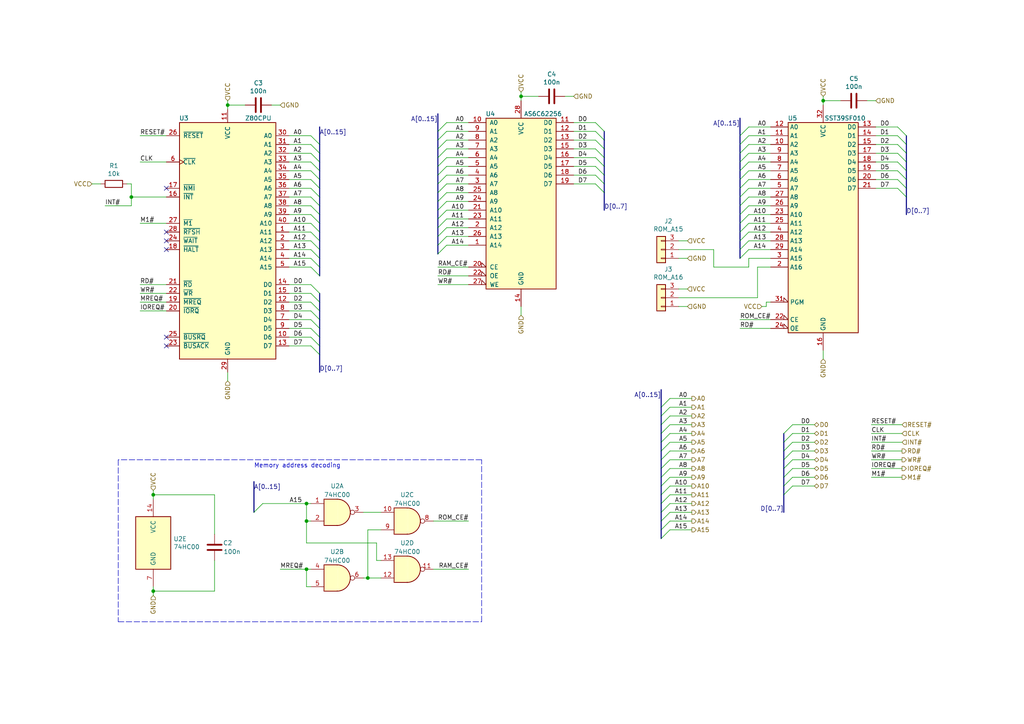
<source format=kicad_sch>
(kicad_sch (version 20231120) (generator "eeschema") (generator_version "8.0")
  (paper "A4")
  (title_block (title "ZComputer - Main Board - Main system") (date "2024-06-10") (rev "v0.1") (company "Maxime Chretien") (comment 1 "mchretien@linuxmail.org"))
  (lib_symbols
    (symbol "74xx:74HC00" (pin_names (offset 1.016))
      (property "Reference" "U" (at 0 1.27 0))
      (property "Value" "74HC00" (at 0 -1.27 0))
      (symbol "74HC00_1_1"
        (arc (start 0 -3.81) (mid 3.7934 0) (end 0 3.81) (stroke (width 0.254)) (fill (type background)))
        (polyline (pts (xy 0 3.81) (xy -3.81 3.81) (xy -3.81 -3.81) (xy 0 -3.81)) (stroke (width 0.254)) (fill (type background)))
        (pin input line (at -7.62 2.54 0) (length 3.81) (name "~") (number "1"))
        (pin input line (at -7.62 -2.54 0) (length 3.81) (name "~") (number "2"))
        (pin output inverted (at 7.62 0 180) (length 3.81) (name "~") (number "3"))
      )
      (symbol "74HC00_1_2"
        (arc (start -3.81 -3.81) (mid -2.589 0) (end -3.81 3.81) (stroke (width 0.254)))
        (arc (start -0.6096 -3.81) (mid 2.1842 -2.5851) (end 3.81 0) (stroke (width 0.254)) (fill (type background)))
        (polyline (pts (xy -3.81 -3.81) (xy -0.635 -3.81)) (stroke (width 0.254)) (fill (type background)))
        (polyline (pts (xy -3.81 3.81) (xy -0.635 3.81)) (stroke (width 0.254)) (fill (type background)))
        (polyline (pts (xy -0.635 3.81) (xy -3.81 3.81) (xy -3.81 3.81) (xy -3.556 3.4036) (xy -3.0226 2.2606) (xy -2.6924 1.0414) (xy -2.6162 -0.254) (xy -2.7686 -1.4986) (xy -3.175 -2.7178) (xy -3.81 -3.81) (xy -3.81 -3.81) (xy -0.635 -3.81)) (stroke (width -25.4)) (fill (type background)))
        (arc (start 3.81 0) (mid 2.1915 2.5936) (end -0.6096 3.81) (stroke (width 0.254)) (fill (type background)))
        (pin input inverted (at -7.62 2.54 0) (length 4.318) (name "~") (number "1"))
        (pin input inverted (at -7.62 -2.54 0) (length 4.318) (name "~") (number "2"))
        (pin output line (at 7.62 0 180) (length 3.81) (name "~") (number "3"))
      )
      (symbol "74HC00_2_1"
        (arc (start 0 -3.81) (mid 3.7934 0) (end 0 3.81) (stroke (width 0.254)) (fill (type background)))
        (polyline (pts (xy 0 3.81) (xy -3.81 3.81) (xy -3.81 -3.81) (xy 0 -3.81)) (stroke (width 0.254)) (fill (type background)))
        (pin input line (at -7.62 2.54 0) (length 3.81) (name "~") (number "4"))
        (pin input line (at -7.62 -2.54 0) (length 3.81) (name "~") (number "5"))
        (pin output inverted (at 7.62 0 180) (length 3.81) (name "~") (number "6"))
      )
      (symbol "74HC00_2_2"
        (arc (start -3.81 -3.81) (mid -2.589 0) (end -3.81 3.81) (stroke (width 0.254)))
        (arc (start -0.6096 -3.81) (mid 2.1842 -2.5851) (end 3.81 0) (stroke (width 0.254)) (fill (type background)))
        (polyline (pts (xy -3.81 -3.81) (xy -0.635 -3.81)) (stroke (width 0.254)) (fill (type background)))
        (polyline (pts (xy -3.81 3.81) (xy -0.635 3.81)) (stroke (width 0.254)) (fill (type background)))
        (polyline (pts (xy -0.635 3.81) (xy -3.81 3.81) (xy -3.81 3.81) (xy -3.556 3.4036) (xy -3.0226 2.2606) (xy -2.6924 1.0414) (xy -2.6162 -0.254) (xy -2.7686 -1.4986) (xy -3.175 -2.7178) (xy -3.81 -3.81) (xy -3.81 -3.81) (xy -0.635 -3.81)) (stroke (width -25.4)) (fill (type background)))
        (arc (start 3.81 0) (mid 2.1915 2.5936) (end -0.6096 3.81) (stroke (width 0.254)) (fill (type background)))
        (pin input inverted (at -7.62 2.54 0) (length 4.318) (name "~") (number "4"))
        (pin input inverted (at -7.62 -2.54 0) (length 4.318) (name "~") (number "5"))
        (pin output line (at 7.62 0 180) (length 3.81) (name "~") (number "6"))
      )
      (symbol "74HC00_3_1"
        (arc (start 0 -3.81) (mid 3.7934 0) (end 0 3.81) (stroke (width 0.254)) (fill (type background)))
        (polyline (pts (xy 0 3.81) (xy -3.81 3.81) (xy -3.81 -3.81) (xy 0 -3.81)) (stroke (width 0.254)) (fill (type background)))
        (pin input line (at -7.62 -2.54 0) (length 3.81) (name "~") (number "10"))
        (pin output inverted (at 7.62 0 180) (length 3.81) (name "~") (number "8"))
        (pin input line (at -7.62 2.54 0) (length 3.81) (name "~") (number "9"))
      )
      (symbol "74HC00_3_2"
        (arc (start -3.81 -3.81) (mid -2.589 0) (end -3.81 3.81) (stroke (width 0.254)))
        (arc (start -0.6096 -3.81) (mid 2.1842 -2.5851) (end 3.81 0) (stroke (width 0.254)) (fill (type background)))
        (polyline (pts (xy -3.81 -3.81) (xy -0.635 -3.81)) (stroke (width 0.254)) (fill (type background)))
        (polyline (pts (xy -3.81 3.81) (xy -0.635 3.81)) (stroke (width 0.254)) (fill (type background)))
        (polyline (pts (xy -0.635 3.81) (xy -3.81 3.81) (xy -3.81 3.81) (xy -3.556 3.4036) (xy -3.0226 2.2606) (xy -2.6924 1.0414) (xy -2.6162 -0.254) (xy -2.7686 -1.4986) (xy -3.175 -2.7178) (xy -3.81 -3.81) (xy -3.81 -3.81) (xy -0.635 -3.81)) (stroke (width -25.4)) (fill (type background)))
        (arc (start 3.81 0) (mid 2.1915 2.5936) (end -0.6096 3.81) (stroke (width 0.254)) (fill (type background)))
        (pin input inverted (at -7.62 -2.54 0) (length 4.318) (name "~") (number "10"))
        (pin output line (at 7.62 0 180) (length 3.81) (name "~") (number "8"))
        (pin input inverted (at -7.62 2.54 0) (length 4.318) (name "~") (number "9"))
      )
      (symbol "74HC00_4_1"
        (arc (start 0 -3.81) (mid 3.7934 0) (end 0 3.81) (stroke (width 0.254)) (fill (type background)))
        (polyline (pts (xy 0 3.81) (xy -3.81 3.81) (xy -3.81 -3.81) (xy 0 -3.81)) (stroke (width 0.254)) (fill (type background)))
        (pin output inverted (at 7.62 0 180) (length 3.81) (name "~") (number "11"))
        (pin input line (at -7.62 2.54 0) (length 3.81) (name "~") (number "12"))
        (pin input line (at -7.62 -2.54 0) (length 3.81) (name "~") (number "13"))
      )
      (symbol "74HC00_4_2"
        (arc (start -3.81 -3.81) (mid -2.589 0) (end -3.81 3.81) (stroke (width 0.254)))
        (arc (start -0.6096 -3.81) (mid 2.1842 -2.5851) (end 3.81 0) (stroke (width 0.254)) (fill (type background)))
        (polyline (pts (xy -3.81 -3.81) (xy -0.635 -3.81)) (stroke (width 0.254)) (fill (type background)))
        (polyline (pts (xy -3.81 3.81) (xy -0.635 3.81)) (stroke (width 0.254)) (fill (type background)))
        (polyline (pts (xy -0.635 3.81) (xy -3.81 3.81) (xy -3.81 3.81) (xy -3.556 3.4036) (xy -3.0226 2.2606) (xy -2.6924 1.0414) (xy -2.6162 -0.254) (xy -2.7686 -1.4986) (xy -3.175 -2.7178) (xy -3.81 -3.81) (xy -3.81 -3.81) (xy -0.635 -3.81)) (stroke (width -25.4)) (fill (type background)))
        (arc (start 3.81 0) (mid 2.1915 2.5936) (end -0.6096 3.81) (stroke (width 0.254)) (fill (type background)))
        (pin output line (at 7.62 0 180) (length 3.81) (name "~") (number "11"))
        (pin input inverted (at -7.62 2.54 0) (length 4.318) (name "~") (number "12"))
        (pin input inverted (at -7.62 -2.54 0) (length 4.318) (name "~") (number "13"))
      )
      (symbol "74HC00_5_0"
        (pin power_in line (at 0 12.7 270) (length 5.08) (name "VCC") (number "14"))
        (pin power_in line (at 0 -12.7 90) (length 5.08) (name "GND") (number "7"))
      )
      (symbol "74HC00_5_1"
        (rectangle (start -5.08 7.62) (end 5.08 -7.62) (stroke (width 0.254)) (fill (type background)))
      )
    )
    (symbol "CPU:Z80CPU" (pin_names (offset 1.016))
      (property "Reference" "U" (at -13.97 35.56 0))
      (property "Value" "Z80CPU" (at 6.35 35.56 0))
      (symbol "Z80CPU_0_1"
        (rectangle (start -13.97 34.29) (end 13.97 -34.29) (stroke (width 0.254)) (fill (type background)))
      )
      (symbol "Z80CPU_1_1"
        (pin output line (at 17.78 2.54 180) (length 3.81) (name "A11") (number "1"))
        (pin bidirectional line (at 17.78 -27.94 180) (length 3.81) (name "D6") (number "10"))
        (pin power_in line (at 0 38.1 270) (length 3.81) (name "VCC") (number "11"))
        (pin bidirectional line (at 17.78 -17.78 180) (length 3.81) (name "D2") (number "12"))
        (pin bidirectional line (at 17.78 -30.48 180) (length 3.81) (name "D7") (number "13"))
        (pin bidirectional line (at 17.78 -12.7 180) (length 3.81) (name "D0") (number "14"))
        (pin bidirectional line (at 17.78 -15.24 180) (length 3.81) (name "D1") (number "15"))
        (pin input line (at -17.78 12.7 0) (length 3.81) (name "~{INT}") (number "16"))
        (pin input line (at -17.78 15.24 0) (length 3.81) (name "~{NMI}") (number "17"))
        (pin output line (at -17.78 -2.54 0) (length 3.81) (name "~{HALT}") (number "18"))
        (pin output line (at -17.78 -17.78 0) (length 3.81) (name "~{MREQ}") (number "19"))
        (pin output line (at 17.78 0 180) (length 3.81) (name "A12") (number "2"))
        (pin output line (at -17.78 -20.32 0) (length 3.81) (name "~{IORQ}") (number "20"))
        (pin output line (at -17.78 -12.7 0) (length 3.81) (name "~{RD}") (number "21"))
        (pin output line (at -17.78 -15.24 0) (length 3.81) (name "~{WR}") (number "22"))
        (pin output line (at -17.78 -30.48 0) (length 3.81) (name "~{BUSACK}") (number "23"))
        (pin input line (at -17.78 0 0) (length 3.81) (name "~{WAIT}") (number "24"))
        (pin input line (at -17.78 -27.94 0) (length 3.81) (name "~{BUSRQ}") (number "25"))
        (pin input line (at -17.78 30.48 0) (length 3.81) (name "~{RESET}") (number "26"))
        (pin output line (at -17.78 5.08 0) (length 3.81) (name "~{M1}") (number "27"))
        (pin output line (at -17.78 2.54 0) (length 3.81) (name "~{RFSH}") (number "28"))
        (pin power_in line (at 0 -38.1 90) (length 3.81) (name "GND") (number "29"))
        (pin output line (at 17.78 -2.54 180) (length 3.81) (name "A13") (number "3"))
        (pin output line (at 17.78 30.48 180) (length 3.81) (name "A0") (number "30"))
        (pin output line (at 17.78 27.94 180) (length 3.81) (name "A1") (number "31"))
        (pin output line (at 17.78 25.4 180) (length 3.81) (name "A2") (number "32"))
        (pin output line (at 17.78 22.86 180) (length 3.81) (name "A3") (number "33"))
        (pin output line (at 17.78 20.32 180) (length 3.81) (name "A4") (number "34"))
        (pin output line (at 17.78 17.78 180) (length 3.81) (name "A5") (number "35"))
        (pin output line (at 17.78 15.24 180) (length 3.81) (name "A6") (number "36"))
        (pin output line (at 17.78 12.7 180) (length 3.81) (name "A7") (number "37"))
        (pin output line (at 17.78 10.16 180) (length 3.81) (name "A8") (number "38"))
        (pin output line (at 17.78 7.62 180) (length 3.81) (name "A9") (number "39"))
        (pin output line (at 17.78 -5.08 180) (length 3.81) (name "A14") (number "4"))
        (pin output line (at 17.78 5.08 180) (length 3.81) (name "A10") (number "40"))
        (pin output line (at 17.78 -7.62 180) (length 3.81) (name "A15") (number "5"))
        (pin input clock (at -17.78 22.86 0) (length 3.81) (name "~{CLK}") (number "6"))
        (pin bidirectional line (at 17.78 -22.86 180) (length 3.81) (name "D4") (number "7"))
        (pin bidirectional line (at 17.78 -20.32 180) (length 3.81) (name "D3") (number "8"))
        (pin bidirectional line (at 17.78 -25.4 180) (length 3.81) (name "D5") (number "9"))
      )
    )
    (symbol "Connector_Generic:Conn_01x03" (pin_names (offset 1.016) hide)
      (property "Reference" "J" (at 0 5.08 0))
      (property "Value" "Conn_01x03" (at 0 -5.08 0))
      (symbol "Conn_01x03_1_1"
        (rectangle (start -1.27 -2.413) (end 0 -2.667) (stroke (width 0.1524)))
        (rectangle (start -1.27 0.127) (end 0 -0.127) (stroke (width 0.1524)))
        (rectangle (start -1.27 2.667) (end 0 2.413) (stroke (width 0.1524)))
        (rectangle (start -1.27 3.81) (end 1.27 -3.81) (stroke (width 0.254)) (fill (type background)))
        (pin passive line (at -5.08 2.54 0) (length 3.81) (name "Pin_1") (number "1"))
        (pin passive line (at -5.08 0 0) (length 3.81) (name "Pin_2") (number "2"))
        (pin passive line (at -5.08 -2.54 0) (length 3.81) (name "Pin_3") (number "3"))
      )
    )
    (symbol "Device:C" (pin_numbers hide) (pin_names (offset 0.254))
      (property "Reference" "C" (at 0.635 2.54 0))
      (property "Value" "C" (at 0.635 -2.54 0))
      (symbol "C_0_1"
        (polyline (pts (xy -2.032 -0.762) (xy 2.032 -0.762)) (stroke (width 0.508)))
        (polyline (pts (xy -2.032 0.762) (xy 2.032 0.762)) (stroke (width 0.508)))
      )
      (symbol "C_1_1"
        (pin passive line (at 0 3.81 270) (length 2.794) (name "~") (number "1"))
        (pin passive line (at 0 -3.81 90) (length 2.794) (name "~") (number "2"))
      )
    )
    (symbol "Device:R" (pin_numbers hide) (pin_names (offset 0))
      (property "Reference" "R" (at 2.032 0 90))
      (property "Value" "R" (at 0 0 90))
      (symbol "R_0_1"
        (rectangle (start -1.016 -2.54) (end 1.016 2.54) (stroke (width 0.254)))
      )
      (symbol "R_1_1"
        (pin passive line (at 0 3.81 270) (length 1.27) (name "~") (number "1"))
        (pin passive line (at 0 -3.81 90) (length 1.27) (name "~") (number "2"))
      )
    )
    (symbol "ZComputer_lib:AS6C62256" (pin_names (offset 1.016))
      (property "Reference" "U4" (at -8.89 25.4 0))
      (property "Value" "AS6C62256" (at 6.35 25.4 0))
      (symbol "AS6C62256_1_1"
        (rectangle (start -10.16 24.13) (end 10.16 -25.4) (stroke (width 0.254)) (fill (type background)))
        (pin input line (at -15.24 -12.7 0) (length 5.08) (name "A14") (number "1"))
        (pin input line (at -15.24 22.86 0) (length 5.08) (name "A0") (number "10"))
        (pin tri_state line (at 15.24 22.86 180) (length 5.08) (name "D0") (number "11"))
        (pin tri_state line (at 15.24 20.32 180) (length 5.08) (name "D1") (number "12"))
        (pin tri_state line (at 15.24 17.78 180) (length 5.08) (name "D2") (number "13"))
        (pin power_in line (at 0 -30.48 90) (length 5.08) (name "GND") (number "14"))
        (pin tri_state line (at 15.24 15.24 180) (length 5.08) (name "D3") (number "15"))
        (pin tri_state line (at 15.24 12.7 180) (length 5.08) (name "D4") (number "16"))
        (pin tri_state line (at 15.24 10.16 180) (length 5.08) (name "D5") (number "17"))
        (pin tri_state line (at 15.24 7.62 180) (length 5.08) (name "D6") (number "18"))
        (pin tri_state line (at 15.24 5.08 180) (length 5.08) (name "D7") (number "19"))
        (pin input line (at -15.24 -7.62 0) (length 5.08) (name "A12") (number "2"))
        (pin input input_low (at -15.24 -19.05 0) (length 5.08) (name "CE") (number "20"))
        (pin input line (at -15.24 -2.54 0) (length 5.08) (name "A10") (number "21"))
        (pin input input_low (at -15.24 -21.59 0) (length 5.08) (name "OE") (number "22"))
        (pin input line (at -15.24 -5.08 0) (length 5.08) (name "A11") (number "23"))
        (pin input line (at -15.24 0 0) (length 5.08) (name "A9") (number "24"))
        (pin input line (at -15.24 2.54 0) (length 5.08) (name "A8") (number "25"))
        (pin input line (at -15.24 -10.16 0) (length 5.08) (name "A13") (number "26"))
        (pin input input_low (at -15.24 -24.13 0) (length 5.08) (name "WE") (number "27"))
        (pin power_in line (at 0 29.21 270) (length 5.08) (name "VCC") (number "28"))
        (pin input line (at -15.24 5.08 0) (length 5.08) (name "A7") (number "3"))
        (pin input line (at -15.24 7.62 0) (length 5.08) (name "A6") (number "4"))
        (pin input line (at -15.24 10.16 0) (length 5.08) (name "A5") (number "5"))
        (pin input line (at -15.24 12.7 0) (length 5.08) (name "A4") (number "6"))
        (pin input line (at -15.24 15.24 0) (length 5.08) (name "A3") (number "7"))
        (pin input line (at -15.24 17.78 0) (length 5.08) (name "A2") (number "8"))
        (pin input line (at -15.24 20.32 0) (length 5.08) (name "A1") (number "9"))
      )
    )
    (symbol "ZComputer_lib:SST39SF010"
      (property "Reference" "U5" (at -8.89 33.02 0))
      (property "Value" "SST39SF010" (at 6.35 33.02 0))
      (symbol "SST39SF010_0_0"
        (pin power_in line (at 0 -34.29 90) (length 5.08) (name "GND") (number "16"))
        (pin power_in line (at 0 36.83 270) (length 5.08) (name "VCC") (number "32"))
      )
      (symbol "SST39SF010_0_1"
        (rectangle (start -10.16 31.75) (end 10.16 -29.21) (stroke (width 0.254)) (fill (type background)))
      )
      (symbol "SST39SF010_1_1"
        (pin no_connect line (at -15.24 -15.24 0) (length 5.08) hide (name "NC") (number "1"))
        (pin input line (at -15.24 25.4 0) (length 5.08) (name "A2") (number "10"))
        (pin input line (at -15.24 27.94 0) (length 5.08) (name "A1") (number "11"))
        (pin input line (at -15.24 30.48 0) (length 5.08) (name "A0") (number "12"))
        (pin tri_state line (at 15.24 30.48 180) (length 5.08) (name "D0") (number "13"))
        (pin tri_state line (at 15.24 27.94 180) (length 5.08) (name "D1") (number "14"))
        (pin tri_state line (at 15.24 25.4 180) (length 5.08) (name "D2") (number "15"))
        (pin tri_state line (at 15.24 22.86 180) (length 5.08) (name "D3") (number "17"))
        (pin tri_state line (at 15.24 20.32 180) (length 5.08) (name "D4") (number "18"))
        (pin tri_state line (at 15.24 17.78 180) (length 5.08) (name "D5") (number "19"))
        (pin input line (at -15.24 -10.16 0) (length 5.08) (name "A16") (number "2"))
        (pin tri_state line (at 15.24 15.24 180) (length 5.08) (name "D6") (number "20"))
        (pin tri_state line (at 15.24 12.7 180) (length 5.08) (name "D7") (number "21"))
        (pin input input_low (at -15.24 -25.4 0) (length 5.08) (name "CE") (number "22"))
        (pin input line (at -15.24 5.08 0) (length 5.08) (name "A10") (number "23"))
        (pin input input_low (at -15.24 -27.94 0) (length 5.08) (name "OE") (number "24"))
        (pin input line (at -15.24 2.54 0) (length 5.08) (name "A11") (number "25"))
        (pin input line (at -15.24 7.62 0) (length 5.08) (name "A9") (number "26"))
        (pin input line (at -15.24 10.16 0) (length 5.08) (name "A8") (number "27"))
        (pin input line (at -15.24 -2.54 0) (length 5.08) (name "A13") (number "28"))
        (pin input line (at -15.24 -5.08 0) (length 5.08) (name "A14") (number "29"))
        (pin input line (at -15.24 -7.62 0) (length 5.08) (name "A15") (number "3"))
        (pin no_connect line (at -15.24 -12.7 0) (length 5.08) hide (name "NC") (number "30"))
        (pin input input_low (at -15.24 -20.32 0) (length 5.08) (name "PGM") (number "31"))
        (pin input line (at -15.24 0 0) (length 5.08) (name "A12") (number "4"))
        (pin input line (at -15.24 12.7 0) (length 5.08) (name "A7") (number "5"))
        (pin input line (at -15.24 15.24 0) (length 5.08) (name "A6") (number "6"))
        (pin input line (at -15.24 17.78 0) (length 5.08) (name "A5") (number "7"))
        (pin input line (at -15.24 20.32 0) (length 5.08) (name "A4") (number "8"))
        (pin input line (at -15.24 22.86 0) (length 5.08) (name "A3") (number "9"))
      )
    )
  )
  (junction (at 66.04 30.48))
  (junction (at 106.68 167.64))
  (junction (at 238.76 29.21))
  (junction (at 88.9 165.1))
  (junction (at 44.45 171.45))
  (junction (at 88.9 151.13))
  (junction (at 88.9 146.05))
  (junction (at 151.13 27.94))
  (junction (at 38.1 57.15))
  (junction (at 44.45 143.51))
  (no_connect (at 48.26 69.85))
  (no_connect (at 48.26 97.79))
  (no_connect (at 48.26 100.33))
  (no_connect (at 48.26 67.31))
  (no_connect (at 48.26 54.61))
  (no_connect (at 48.26 72.39))
  (bus_entry (at 217.17 59.69) (size -2.54 2.54))
  (bus_entry (at 129.54 40.64) (size -2.54 2.54))
  (bus_entry (at 90.17 74.93) (size 2.54 2.54))
  (bus_entry (at 194.31 135.89) (size -2.54 2.54))
  (bus_entry (at 260.35 44.45) (size 2.54 2.54))
  (bus_entry (at 90.17 77.47) (size 2.54 2.54))
  (bus_entry (at 260.35 36.83) (size 2.54 2.54))
  (bus_entry (at 229.87 128.27) (size -2.54 2.54))
  (bus_entry (at 90.17 62.23) (size 2.54 2.54))
  (bus_entry (at 129.54 71.12) (size -2.54 2.54))
  (bus_entry (at 229.87 140.97) (size -2.54 2.54))
  (bus_entry (at 229.87 125.73) (size -2.54 2.54))
  (bus_entry (at 194.31 130.81) (size -2.54 2.54))
  (bus_entry (at 90.17 82.55) (size 2.54 2.54))
  (bus_entry (at 90.17 49.53) (size 2.54 2.54))
  (bus_entry (at 194.31 118.11) (size -2.54 2.54))
  (bus_entry (at 90.17 90.17) (size 2.54 2.54))
  (bus_entry (at 90.17 87.63) (size 2.54 2.54))
  (bus_entry (at 90.17 64.77) (size 2.54 2.54))
  (bus_entry (at 194.31 148.59) (size -2.54 2.54))
  (bus_entry (at 172.72 48.26) (size 2.54 2.54))
  (bus_entry (at 217.17 44.45) (size -2.54 2.54))
  (bus_entry (at 90.17 92.71) (size 2.54 2.54))
  (bus_entry (at 129.54 38.1) (size -2.54 2.54))
  (bus_entry (at 90.17 67.31) (size 2.54 2.54))
  (bus_entry (at 129.54 63.5) (size -2.54 2.54))
  (bus_entry (at 194.31 120.65) (size -2.54 2.54))
  (bus_entry (at 129.54 66.04) (size -2.54 2.54))
  (bus_entry (at 76.2 146.05) (size -2.54 2.54))
  (bus_entry (at 129.54 45.72) (size -2.54 2.54))
  (bus_entry (at 260.35 41.91) (size 2.54 2.54))
  (bus_entry (at 90.17 46.99) (size 2.54 2.54))
  (bus_entry (at 129.54 48.26) (size -2.54 2.54))
  (bus_entry (at 194.31 125.73) (size -2.54 2.54))
  (bus_entry (at 194.31 146.05) (size -2.54 2.54))
  (bus_entry (at 229.87 135.89) (size -2.54 2.54))
  (bus_entry (at 194.31 128.27) (size -2.54 2.54))
  (bus_entry (at 129.54 53.34) (size -2.54 2.54))
  (bus_entry (at 172.72 40.64) (size 2.54 2.54))
  (bus_entry (at 172.72 43.18) (size 2.54 2.54))
  (bus_entry (at 129.54 35.56) (size -2.54 2.54))
  (bus_entry (at 194.31 140.97) (size -2.54 2.54))
  (bus_entry (at 229.87 130.81) (size -2.54 2.54))
  (bus_entry (at 217.17 52.07) (size -2.54 2.54))
  (bus_entry (at 260.35 39.37) (size 2.54 2.54))
  (bus_entry (at 217.17 49.53) (size -2.54 2.54))
  (bus_entry (at 194.31 151.13) (size -2.54 2.54))
  (bus_entry (at 90.17 59.69) (size 2.54 2.54))
  (bus_entry (at 194.31 123.19) (size -2.54 2.54))
  (bus_entry (at 229.87 133.35) (size -2.54 2.54))
  (bus_entry (at 172.72 50.8) (size 2.54 2.54))
  (bus_entry (at 172.72 38.1) (size 2.54 2.54))
  (bus_entry (at 217.17 39.37) (size -2.54 2.54))
  (bus_entry (at 129.54 58.42) (size -2.54 2.54))
  (bus_entry (at 194.31 115.57) (size -2.54 2.54))
  (bus_entry (at 129.54 68.58) (size -2.54 2.54))
  (bus_entry (at 194.31 138.43) (size -2.54 2.54))
  (bus_entry (at 217.17 36.83) (size -2.54 2.54))
  (bus_entry (at 90.17 72.39) (size 2.54 2.54))
  (bus_entry (at 129.54 60.96) (size -2.54 2.54))
  (bus_entry (at 260.35 46.99) (size 2.54 2.54))
  (bus_entry (at 90.17 57.15) (size 2.54 2.54))
  (bus_entry (at 129.54 55.88) (size -2.54 2.54))
  (bus_entry (at 90.17 97.79) (size 2.54 2.54))
  (bus_entry (at 217.17 46.99) (size -2.54 2.54))
  (bus_entry (at 217.17 57.15) (size -2.54 2.54))
  (bus_entry (at 90.17 39.37) (size 2.54 2.54))
  (bus_entry (at 90.17 44.45) (size 2.54 2.54))
  (bus_entry (at 90.17 69.85) (size 2.54 2.54))
  (bus_entry (at 217.17 62.23) (size -2.54 2.54))
  (bus_entry (at 229.87 138.43) (size -2.54 2.54))
  (bus_entry (at 260.35 52.07) (size 2.54 2.54))
  (bus_entry (at 260.35 49.53) (size 2.54 2.54))
  (bus_entry (at 90.17 52.07) (size 2.54 2.54))
  (bus_entry (at 229.87 123.19) (size -2.54 2.54))
  (bus_entry (at 90.17 54.61) (size 2.54 2.54))
  (bus_entry (at 217.17 64.77) (size -2.54 2.54))
  (bus_entry (at 217.17 67.31) (size -2.54 2.54))
  (bus_entry (at 172.72 35.56) (size 2.54 2.54))
  (bus_entry (at 129.54 43.18) (size -2.54 2.54))
  (bus_entry (at 172.72 45.72) (size 2.54 2.54))
  (bus_entry (at 90.17 41.91) (size 2.54 2.54))
  (bus_entry (at 129.54 50.8) (size -2.54 2.54))
  (bus_entry (at 90.17 100.33) (size 2.54 2.54))
  (bus_entry (at 90.17 85.09) (size 2.54 2.54))
  (bus_entry (at 260.35 54.61) (size 2.54 2.54))
  (bus_entry (at 217.17 41.91) (size -2.54 2.54))
  (bus_entry (at 90.17 95.25) (size 2.54 2.54))
  (bus_entry (at 194.31 143.51) (size -2.54 2.54))
  (bus_entry (at 217.17 69.85) (size -2.54 2.54))
  (bus_entry (at 217.17 54.61) (size -2.54 2.54))
  (bus_entry (at 217.17 72.39) (size -2.54 2.54))
  (bus_entry (at 194.31 153.67) (size -2.54 2.54))
  (bus_entry (at 194.31 133.35) (size -2.54 2.54))
  (bus_entry (at 172.72 53.34) (size 2.54 2.54))
  (wire (pts (xy 254 44.45) (xy 260.35 44.45)))
  (bus (pts (xy 191.77 153.67) (xy 191.77 156.21)))
  (wire (pts (xy 172.72 35.56) (xy 166.37 35.56)))
  (wire (pts (xy 83.82 74.93) (xy 90.17 74.93)))
  (wire (pts (xy 88.9 170.18) (xy 90.17 170.18)))
  (bus (pts (xy 191.77 130.81) (xy 191.77 133.35)))
  (wire (pts (xy 254 46.99) (xy 260.35 46.99)))
  (wire (pts (xy 83.82 87.63) (xy 90.17 87.63)))
  (wire (pts (xy 163.83 27.94) (xy 166.37 27.94)))
  (bus (pts (xy 191.77 118.11) (xy 191.77 120.65)))
  (wire (pts (xy 83.82 52.07) (xy 90.17 52.07)))
  (wire (pts (xy 151.13 27.94) (xy 151.13 29.21)))
  (bus (pts (xy 175.26 50.8) (xy 175.26 53.34)))
  (bus (pts (xy 127 58.42) (xy 127 60.96)))
  (wire (pts (xy 254 39.37) (xy 260.35 39.37)))
  (bus (pts (xy 92.71 102.87) (xy 92.71 107.95)))
  (bus (pts (xy 92.71 85.09) (xy 92.71 87.63)))
  (wire (pts (xy 83.82 59.69) (xy 90.17 59.69)))
  (wire (pts (xy 219.71 77.47) (xy 219.71 86.36)))
  (wire (pts (xy 166.37 45.72) (xy 172.72 45.72)))
  (wire (pts (xy 88.9 157.48) (xy 109.22 157.48)))
  (wire (pts (xy 251.46 29.21) (xy 254 29.21)))
  (bus (pts (xy 92.71 69.85) (xy 92.71 72.39)))
  (wire (pts (xy 223.52 39.37) (xy 217.17 39.37)))
  (wire (pts (xy 222.25 88.9) (xy 220.98 88.9)))
  (bus (pts (xy 92.71 41.91) (xy 92.71 44.45)))
  (wire (pts (xy 83.82 54.61) (xy 90.17 54.61)))
  (wire (pts (xy 166.37 48.26) (xy 172.72 48.26)))
  (bus (pts (xy 191.77 148.59) (xy 191.77 151.13)))
  (bus (pts (xy 262.89 46.99) (xy 262.89 49.53)))
  (wire (pts (xy 223.52 54.61) (xy 217.17 54.61)))
  (wire (pts (xy 127 80.01) (xy 135.89 80.01)))
  (bus (pts (xy 92.71 100.33) (xy 92.71 102.87)))
  (wire (pts (xy 252.73 130.81) (xy 261.62 130.81)))
  (bus (pts (xy 214.63 49.53) (xy 214.63 52.07)))
  (bus (pts (xy 191.77 128.27) (xy 191.77 130.81)))
  (wire (pts (xy 200.66 123.19) (xy 194.31 123.19)))
  (bus (pts (xy 214.63 62.23) (xy 214.63 64.77)))
  (bus (pts (xy 92.71 52.07) (xy 92.71 54.61)))
  (wire (pts (xy 83.82 92.71) (xy 90.17 92.71)))
  (bus (pts (xy 214.63 57.15) (xy 214.63 59.69)))
  (bus (pts (xy 92.71 46.99) (xy 92.71 49.53)))
  (bus (pts (xy 127 66.04) (xy 127 68.58)))
  (wire (pts (xy 135.89 50.8) (xy 129.54 50.8)))
  (wire (pts (xy 38.1 59.69) (xy 30.48 59.69)))
  (wire (pts (xy 200.66 115.57) (xy 194.31 115.57)))
  (bus (pts (xy 92.71 59.69) (xy 92.71 62.23)))
  (bus (pts (xy 214.63 39.37) (xy 214.63 41.91)))
  (bus (pts (xy 127 55.88) (xy 127 58.42)))
  (wire (pts (xy 125.73 165.1) (xy 135.89 165.1)))
  (wire (pts (xy 135.89 45.72) (xy 129.54 45.72)))
  (bus (pts (xy 92.71 77.47) (xy 92.71 80.01)))
  (wire (pts (xy 83.82 90.17) (xy 90.17 90.17)))
  (bus (pts (xy 227.33 133.35) (xy 227.33 135.89)))
  (wire (pts (xy 83.82 77.47) (xy 90.17 77.47)))
  (bus (pts (xy 175.26 38.1) (xy 175.26 40.64)))
  (wire (pts (xy 199.39 74.93) (xy 196.85 74.93)))
  (wire (pts (xy 196.85 88.9) (xy 199.39 88.9)))
  (bus (pts (xy 227.33 128.27) (xy 227.33 130.81)))
  (wire (pts (xy 83.82 46.99) (xy 90.17 46.99)))
  (wire (pts (xy 135.89 68.58) (xy 129.54 68.58)))
  (wire (pts (xy 83.82 67.31) (xy 90.17 67.31)))
  (wire (pts (xy 109.22 157.48) (xy 109.22 162.56)))
  (wire (pts (xy 200.66 130.81) (xy 194.31 130.81)))
  (wire (pts (xy 200.66 138.43) (xy 194.31 138.43)))
  (bus (pts (xy 92.71 92.71) (xy 92.71 95.25)))
  (bus (pts (xy 227.33 138.43) (xy 227.33 140.97)))
  (wire (pts (xy 166.37 38.1) (xy 172.72 38.1)))
  (wire (pts (xy 135.89 48.26) (xy 129.54 48.26)))
  (wire (pts (xy 223.52 46.99) (xy 217.17 46.99)))
  (bus (pts (xy 227.33 130.81) (xy 227.33 133.35)))
  (wire (pts (xy 109.22 162.56) (xy 110.49 162.56)))
  (wire (pts (xy 40.64 90.17) (xy 48.26 90.17)))
  (wire (pts (xy 29.21 53.34) (xy 26.67 53.34)))
  (wire (pts (xy 151.13 88.9) (xy 151.13 91.44)))
  (bus (pts (xy 191.77 135.89) (xy 191.77 138.43)))
  (wire (pts (xy 223.52 57.15) (xy 217.17 57.15)))
  (wire (pts (xy 76.2 146.05) (xy 88.9 146.05)))
  (wire (pts (xy 200.66 125.73) (xy 194.31 125.73)))
  (wire (pts (xy 44.45 171.45) (xy 44.45 172.72)))
  (wire (pts (xy 223.52 62.23) (xy 217.17 62.23)))
  (wire (pts (xy 223.52 52.07) (xy 217.17 52.07)))
  (wire (pts (xy 252.73 133.35) (xy 261.62 133.35)))
  (bus (pts (xy 227.33 140.97) (xy 227.33 143.51)))
  (wire (pts (xy 83.82 39.37) (xy 90.17 39.37)))
  (bus (pts (xy 92.71 90.17) (xy 92.71 92.71)))
  (bus (pts (xy 227.33 143.51) (xy 227.33 148.59)))
  (wire (pts (xy 151.13 26.67) (xy 151.13 27.94)))
  (bus (pts (xy 191.77 120.65) (xy 191.77 123.19)))
  (wire (pts (xy 223.52 36.83) (xy 217.17 36.83)))
  (wire (pts (xy 223.52 64.77) (xy 217.17 64.77)))
  (bus (pts (xy 227.33 125.73) (xy 227.33 128.27)))
  (wire (pts (xy 200.66 140.97) (xy 194.31 140.97)))
  (bus (pts (xy 191.77 151.13) (xy 191.77 153.67)))
  (bus (pts (xy 227.33 135.89) (xy 227.33 138.43)))
  (polyline (pts (xy 34.29 133.35) (xy 34.29 180.34)) (stroke (width 0) (type dash)))
  (wire (pts (xy 81.28 165.1) (xy 88.9 165.1)))
  (wire (pts (xy 223.52 41.91) (xy 217.17 41.91)))
  (wire (pts (xy 40.64 46.99) (xy 48.26 46.99)))
  (bus (pts (xy 214.63 34.29) (xy 214.63 39.37)))
  (bus (pts (xy 262.89 54.61) (xy 262.89 57.15)))
  (wire (pts (xy 217.17 74.93) (xy 223.52 74.93)))
  (bus (pts (xy 92.71 72.39) (xy 92.71 74.93)))
  (wire (pts (xy 135.89 53.34) (xy 129.54 53.34)))
  (bus (pts (xy 262.89 44.45) (xy 262.89 46.99)))
  (wire (pts (xy 200.66 143.51) (xy 194.31 143.51)))
  (wire (pts (xy 78.74 30.48) (xy 81.28 30.48)))
  (wire (pts (xy 110.49 167.64) (xy 106.68 167.64)))
  (wire (pts (xy 127 77.47) (xy 135.89 77.47)))
  (wire (pts (xy 223.52 59.69) (xy 217.17 59.69)))
  (bus (pts (xy 92.71 95.25) (xy 92.71 97.79)))
  (wire (pts (xy 40.64 39.37) (xy 48.26 39.37)))
  (wire (pts (xy 254 52.07) (xy 260.35 52.07)))
  (wire (pts (xy 106.68 153.67) (xy 106.68 167.64)))
  (polyline (pts (xy 139.7 180.34) (xy 139.7 133.35)) (stroke (width 0) (type dash)))
  (bus (pts (xy 92.71 64.77) (xy 92.71 67.31)))
  (wire (pts (xy 223.52 67.31) (xy 217.17 67.31)))
  (wire (pts (xy 44.45 143.51) (xy 62.23 143.51)))
  (wire (pts (xy 62.23 143.51) (xy 62.23 154.94)))
  (bus (pts (xy 92.71 54.61) (xy 92.71 57.15)))
  (bus (pts (xy 262.89 41.91) (xy 262.89 44.45)))
  (bus (pts (xy 175.26 55.88) (xy 175.26 60.96)))
  (wire (pts (xy 166.37 40.64) (xy 172.72 40.64)))
  (wire (pts (xy 71.12 30.48) (xy 66.04 30.48)))
  (bus (pts (xy 191.77 133.35) (xy 191.77 135.89)))
  (wire (pts (xy 90.17 165.1) (xy 88.9 165.1)))
  (bus (pts (xy 262.89 57.15) (xy 262.89 62.23)))
  (bus (pts (xy 214.63 52.07) (xy 214.63 54.61)))
  (wire (pts (xy 236.22 133.35) (xy 229.87 133.35)))
  (bus (pts (xy 214.63 46.99) (xy 214.63 49.53)))
  (bus (pts (xy 191.77 123.19) (xy 191.77 125.73)))
  (wire (pts (xy 254 49.53) (xy 260.35 49.53)))
  (bus (pts (xy 127 45.72) (xy 127 48.26)))
  (wire (pts (xy 166.37 43.18) (xy 172.72 43.18)))
  (wire (pts (xy 83.82 41.91) (xy 90.17 41.91)))
  (wire (pts (xy 236.22 140.97) (xy 229.87 140.97)))
  (wire (pts (xy 135.89 43.18) (xy 129.54 43.18)))
  (bus (pts (xy 127 63.5) (xy 127 66.04)))
  (wire (pts (xy 200.66 151.13) (xy 194.31 151.13)))
  (wire (pts (xy 83.82 57.15) (xy 90.17 57.15)))
  (bus (pts (xy 175.26 43.18) (xy 175.26 45.72)))
  (bus (pts (xy 92.71 62.23) (xy 92.71 64.77)))
  (wire (pts (xy 135.89 58.42) (xy 129.54 58.42)))
  (wire (pts (xy 200.66 128.27) (xy 194.31 128.27)))
  (wire (pts (xy 135.89 60.96) (xy 129.54 60.96)))
  (bus (pts (xy 92.71 44.45) (xy 92.71 46.99)))
  (wire (pts (xy 200.66 135.89) (xy 194.31 135.89)))
  (wire (pts (xy 207.01 72.39) (xy 196.85 72.39)))
  (wire (pts (xy 236.22 125.73) (xy 229.87 125.73)))
  (wire (pts (xy 207.01 77.47) (xy 207.01 72.39)))
  (bus (pts (xy 127 38.1) (xy 127 40.64)))
  (wire (pts (xy 222.25 87.63) (xy 222.25 88.9)))
  (wire (pts (xy 83.82 44.45) (xy 90.17 44.45)))
  (wire (pts (xy 38.1 57.15) (xy 38.1 59.69)))
  (wire (pts (xy 223.52 49.53) (xy 217.17 49.53)))
  (wire (pts (xy 105.41 148.59) (xy 110.49 148.59)))
  (wire (pts (xy 254 54.61) (xy 260.35 54.61)))
  (wire (pts (xy 223.52 72.39) (xy 217.17 72.39)))
  (bus (pts (xy 73.66 139.7) (xy 73.66 148.59)))
  (wire (pts (xy 196.85 69.85) (xy 199.39 69.85)))
  (wire (pts (xy 66.04 29.21) (xy 66.04 30.48)))
  (wire (pts (xy 238.76 27.94) (xy 238.76 29.21)))
  (wire (pts (xy 44.45 143.51) (xy 44.45 144.78)))
  (wire (pts (xy 229.87 123.19) (xy 236.22 123.19)))
  (wire (pts (xy 135.89 35.56) (xy 129.54 35.56)))
  (wire (pts (xy 166.37 53.34) (xy 172.72 53.34)))
  (wire (pts (xy 44.45 171.45) (xy 62.23 171.45)))
  (wire (pts (xy 40.64 64.77) (xy 48.26 64.77)))
  (wire (pts (xy 83.82 69.85) (xy 90.17 69.85)))
  (wire (pts (xy 36.83 53.34) (xy 38.1 53.34)))
  (polyline (pts (xy 34.29 180.34) (xy 139.7 180.34)) (stroke (width 0) (type dash)))
  (wire (pts (xy 236.22 135.89) (xy 229.87 135.89)))
  (bus (pts (xy 191.77 146.05) (xy 191.77 148.59)))
  (wire (pts (xy 83.82 49.53) (xy 90.17 49.53)))
  (wire (pts (xy 83.82 62.23) (xy 90.17 62.23)))
  (bus (pts (xy 214.63 41.91) (xy 214.63 44.45)))
  (wire (pts (xy 83.82 85.09) (xy 90.17 85.09)))
  (wire (pts (xy 40.64 87.63) (xy 48.26 87.63)))
  (bus (pts (xy 127 60.96) (xy 127 63.5)))
  (wire (pts (xy 261.62 135.89) (xy 252.73 135.89)))
  (bus (pts (xy 214.63 44.45) (xy 214.63 46.99)))
  (wire (pts (xy 125.73 151.13) (xy 135.89 151.13)))
  (wire (pts (xy 200.66 146.05) (xy 194.31 146.05)))
  (bus (pts (xy 92.71 87.63) (xy 92.71 90.17)))
  (wire (pts (xy 217.17 74.93) (xy 217.17 77.47)))
  (wire (pts (xy 156.21 27.94) (xy 151.13 27.94)))
  (wire (pts (xy 88.9 151.13) (xy 88.9 157.48)))
  (wire (pts (xy 236.22 128.27) (xy 229.87 128.27)))
  (wire (pts (xy 243.84 29.21) (xy 238.76 29.21)))
  (bus (pts (xy 175.26 48.26) (xy 175.26 50.8)))
  (wire (pts (xy 83.82 72.39) (xy 90.17 72.39)))
  (wire (pts (xy 199.39 83.82) (xy 196.85 83.82)))
  (wire (pts (xy 135.89 40.64) (xy 129.54 40.64)))
  (wire (pts (xy 83.82 100.33) (xy 90.17 100.33)))
  (wire (pts (xy 214.63 95.25) (xy 223.52 95.25)))
  (wire (pts (xy 127 82.55) (xy 135.89 82.55)))
  (bus (pts (xy 191.77 140.97) (xy 191.77 143.51)))
  (wire (pts (xy 135.89 66.04) (xy 129.54 66.04)))
  (bus (pts (xy 175.26 53.34) (xy 175.26 55.88)))
  (bus (pts (xy 127 43.18) (xy 127 45.72)))
  (wire (pts (xy 238.76 101.6) (xy 238.76 104.14)))
  (wire (pts (xy 260.35 36.83) (xy 254 36.83)))
  (wire (pts (xy 83.82 97.79) (xy 90.17 97.79)))
  (bus (pts (xy 191.77 125.73) (xy 191.77 128.27)))
  (wire (pts (xy 135.89 38.1) (xy 129.54 38.1)))
  (bus (pts (xy 92.71 74.93) (xy 92.71 77.47)))
  (bus (pts (xy 214.63 64.77) (xy 214.63 67.31)))
  (wire (pts (xy 135.89 71.12) (xy 129.54 71.12)))
  (wire (pts (xy 40.64 82.55) (xy 48.26 82.55)))
  (wire (pts (xy 40.64 85.09) (xy 48.26 85.09)))
  (wire (pts (xy 88.9 146.05) (xy 90.17 146.05)))
  (wire (pts (xy 166.37 50.8) (xy 172.72 50.8)))
  (wire (pts (xy 217.17 77.47) (xy 207.01 77.47)))
  (wire (pts (xy 110.49 153.67) (xy 106.68 153.67)))
  (bus (pts (xy 191.77 138.43) (xy 191.77 140.97)))
  (bus (pts (xy 214.63 67.31) (xy 214.63 69.85)))
  (wire (pts (xy 214.63 92.71) (xy 223.52 92.71)))
  (wire (pts (xy 66.04 30.48) (xy 66.04 31.75)))
  (polyline (pts (xy 139.7 133.35) (xy 34.29 133.35)) (stroke (width 0) (type dash)))
  (bus (pts (xy 262.89 39.37) (xy 262.89 41.91)))
  (wire (pts (xy 252.73 128.27) (xy 261.62 128.27)))
  (bus (pts (xy 92.71 36.83) (xy 92.71 41.91)))
  (wire (pts (xy 200.66 153.67) (xy 194.31 153.67)))
  (wire (pts (xy 223.52 87.63) (xy 222.25 87.63)))
  (bus (pts (xy 262.89 52.07) (xy 262.89 54.61)))
  (bus (pts (xy 214.63 54.61) (xy 214.63 57.15)))
  (bus (pts (xy 127 48.26) (xy 127 50.8)))
  (bus (pts (xy 127 53.34) (xy 127 55.88)))
  (wire (pts (xy 236.22 138.43) (xy 229.87 138.43)))
  (bus (pts (xy 262.89 49.53) (xy 262.89 52.07)))
  (bus (pts (xy 92.71 97.79) (xy 92.71 100.33)))
  (bus (pts (xy 92.71 57.15) (xy 92.71 59.69)))
  (bus (pts (xy 175.26 40.64) (xy 175.26 43.18)))
  (wire (pts (xy 200.66 148.59) (xy 194.31 148.59)))
  (wire (pts (xy 200.66 120.65) (xy 194.31 120.65)))
  (wire (pts (xy 223.52 69.85) (xy 217.17 69.85)))
  (wire (pts (xy 200.66 133.35) (xy 194.31 133.35)))
  (wire (pts (xy 62.23 171.45) (xy 62.23 162.56)))
  (wire (pts (xy 83.82 95.25) (xy 90.17 95.25)))
  (wire (pts (xy 44.45 142.24) (xy 44.45 143.51)))
  (bus (pts (xy 127 68.58) (xy 127 71.12)))
  (bus (pts (xy 127 50.8) (xy 127 53.34)))
  (wire (pts (xy 66.04 107.95) (xy 66.04 110.49)))
  (wire (pts (xy 90.17 82.55) (xy 83.82 82.55)))
  (wire (pts (xy 254 41.91) (xy 260.35 41.91)))
  (bus (pts (xy 92.71 49.53) (xy 92.71 52.07)))
  (bus (pts (xy 92.71 67.31) (xy 92.71 69.85)))
  (bus (pts (xy 127 33.02) (xy 127 38.1)))
  (bus (pts (xy 214.63 72.39) (xy 214.63 74.93)))
  (wire (pts (xy 83.82 64.77) (xy 90.17 64.77)))
  (wire (pts (xy 135.89 55.88) (xy 129.54 55.88)))
  (wire (pts (xy 223.52 44.45) (xy 217.17 44.45)))
  (wire (pts (xy 38.1 53.34) (xy 38.1 57.15)))
  (wire (pts (xy 106.68 167.64) (xy 105.41 167.64)))
  (bus (pts (xy 191.77 113.03) (xy 191.77 118.11)))
  (wire (pts (xy 252.73 125.73) (xy 261.62 125.73)))
  (wire (pts (xy 90.17 151.13) (xy 88.9 151.13)))
  (wire (pts (xy 135.89 63.5) (xy 129.54 63.5)))
  (bus (pts (xy 191.77 143.51) (xy 191.77 146.05)))
  (wire (pts (xy 44.45 170.18) (xy 44.45 171.45)))
  (bus (pts (xy 127 71.12) (xy 127 73.66)))
  (bus (pts (xy 214.63 59.69) (xy 214.63 62.23)))
  (wire (pts (xy 261.62 138.43) (xy 252.73 138.43)))
  (wire (pts (xy 252.73 123.19) (xy 261.62 123.19)))
  (wire (pts (xy 38.1 57.15) (xy 48.26 57.15)))
  (bus (pts (xy 214.63 69.85) (xy 214.63 72.39)))
  (wire (pts (xy 88.9 151.13) (xy 88.9 146.05)))
  (wire (pts (xy 238.76 29.21) (xy 238.76 30.48)))
  (bus (pts (xy 175.26 45.72) (xy 175.26 48.26)))
  (wire (pts (xy 223.52 77.47) (xy 219.71 77.47)))
  (bus (pts (xy 127 40.64) (xy 127 43.18)))
  (wire (pts (xy 88.9 165.1) (xy 88.9 170.18)))
  (wire (pts (xy 200.66 118.11) (xy 194.31 118.11)))
  (wire (pts (xy 219.71 86.36) (xy 196.85 86.36)))
  (wire (pts (xy 236.22 130.81) (xy 229.87 130.81)))
  (text "Memory address decoding" (at 73.66 135.89 0) (effects (font (size 1.27 1.27)) (justify left bottom)))
  (label "A3" (at 134.62 43.18 180))
  (label "A7" (at 134.62 53.34 180))
  (label "D0" (at 255.27 36.83 0))
  (label "A14" (at 199.39 151.13 180))
  (label "A5" (at 85.09 52.07 0))
  (label "A1" (at 199.39 118.11 180))
  (label "D[0..7]" (at 175.26 60.96 0))
  (label "A0" (at 222.25 36.83 180))
  (label "D0" (at 85.09 82.55 0))
  (label "MREQ#" (at 81.28 165.1 0))
  (label "A9" (at 85.09 62.23 0))
  (label "D4" (at 85.09 92.71 0))
  (label "A[0..15]" (at 127 35.56 180))
  (label "IOREQ#" (at 252.73 135.89 0))
  (label "D5" (at 85.09 95.25 0))
  (label "A8" (at 85.09 59.69 0))
  (label "RD#" (at 214.63 95.25 0))
  (label "D6" (at 167.64 50.8 0))
  (label "A8" (at 222.25 57.15 180))
  (label "D5" (at 167.64 48.26 0))
  (label "RAM_CE#" (at 135.89 165.1 180))
  (label "A11" (at 134.62 63.5 180))
  (label "IOREQ#" (at 40.64 90.17 0))
  (label "RD#" (at 40.64 82.55 0))
  (label "A2" (at 85.09 44.45 0))
  (label "MREQ#" (at 40.64 87.63 0))
  (label "D6" (at 255.27 52.07 0))
  (label "A5" (at 222.25 49.53 180))
  (label "A6" (at 199.39 130.81 180))
  (label "A15" (at 199.39 153.67 180))
  (label "D5" (at 234.95 135.89 180))
  (label "D6" (at 234.95 138.43 180))
  (label "A14" (at 85.09 74.93 0))
  (label "A6" (at 134.62 50.8 180))
  (label "D1" (at 255.27 39.37 0))
  (label "A9" (at 222.25 59.69 180))
  (label "A11" (at 222.25 64.77 180))
  (label "D2" (at 85.09 87.63 0))
  (label "RAM_CE#" (at 127 77.47 0))
  (label "D1" (at 167.64 38.1 0))
  (label "D2" (at 167.64 40.64 0))
  (label "A3" (at 85.09 46.99 0))
  (label "A8" (at 199.39 135.89 180))
  (label "A10" (at 199.39 140.97 180))
  (label "A12" (at 85.09 69.85 0))
  (label "A1" (at 134.62 38.1 180))
  (label "A9" (at 199.39 138.43 180))
  (label "D7" (at 167.64 53.34 0))
  (label "D2" (at 234.95 128.27 180))
  (label "D3" (at 167.64 43.18 0))
  (label "A13" (at 134.62 68.58 180))
  (label "D[0..7]" (at 92.71 107.95 0))
  (label "A3" (at 222.25 44.45 180))
  (label "A6" (at 222.25 52.07 180))
  (label "D1" (at 234.95 125.73 180))
  (label "D1" (at 85.09 85.09 0))
  (label "D3" (at 85.09 90.17 0))
  (label "D6" (at 85.09 97.79 0))
  (label "A10" (at 222.25 62.23 180))
  (label "RESET#" (at 40.64 39.37 0))
  (label "A0" (at 134.62 35.56 180))
  (label "A4" (at 199.39 125.73 180))
  (label "D3" (at 255.27 44.45 0))
  (label "A5" (at 199.39 128.27 180))
  (label "A[0..15]" (at 73.66 142.24 0))
  (label "A12" (at 222.25 67.31 180))
  (label "M1#" (at 40.64 64.77 0))
  (label "A6" (at 85.09 54.61 0))
  (label "D7" (at 85.09 100.33 0))
  (label "A13" (at 222.25 69.85 180))
  (label "A[0..15]" (at 214.63 36.83 180))
  (label "A4" (at 134.62 45.72 180))
  (label "INT#" (at 30.48 59.69 0))
  (label "INT#" (at 252.73 128.27 0))
  (label "A2" (at 222.25 41.91 180))
  (label "A3" (at 199.39 123.19 180))
  (label "A[0..15]" (at 191.77 115.57 180))
  (label "D5" (at 255.27 49.53 0))
  (label "WR#" (at 127 82.55 0))
  (label "A0" (at 199.39 115.57 180))
  (label "D[0..7]" (at 262.89 62.23 0))
  (label "ROM_CE#" (at 214.63 92.71 0))
  (label "A15" (at 85.09 77.47 0))
  (label "D7" (at 255.27 54.61 0))
  (label "CLK" (at 252.73 125.73 0))
  (label "RD#" (at 127 80.01 0))
  (label "A1" (at 85.09 41.91 0))
  (label "ROM_CE#" (at 135.89 151.13 180))
  (label "RESET#" (at 252.73 123.19 0))
  (label "A4" (at 222.25 46.99 180))
  (label "A2" (at 199.39 120.65 180))
  (label "A5" (at 134.62 48.26 180))
  (label "A11" (at 199.39 143.51 180))
  (label "A10" (at 134.62 60.96 180))
  (label "CLK" (at 40.64 46.99 0))
  (label "WR#" (at 252.73 133.35 0))
  (label "A7" (at 85.09 57.15 0))
  (label "M1#" (at 252.73 138.43 0))
  (label "A14" (at 222.25 72.39 180))
  (label "A0" (at 85.09 39.37 0))
  (label "D0" (at 234.95 123.19 180))
  (label "A9" (at 134.62 58.42 180))
  (label "WR#" (at 40.64 85.09 0))
  (label "D4" (at 167.64 45.72 0))
  (label "A7" (at 199.39 133.35 180))
  (label "D3" (at 234.95 130.81 180))
  (label "D2" (at 255.27 41.91 0))
  (label "A7" (at 222.25 54.61 180))
  (label "RD#" (at 252.73 130.81 0))
  (label "D4" (at 234.95 133.35 180))
  (label "A15" (at 87.63 146.05 180))
  (label "A13" (at 85.09 72.39 0))
  (label "D[0..7]" (at 227.33 148.59 180))
  (label "D0" (at 167.64 35.56 0))
  (label "A11" (at 85.09 67.31 0))
  (label "A[0..15]" (at 92.71 39.37 0))
  (label "A8" (at 134.62 55.88 180))
  (label "D7" (at 234.95 140.97 180))
  (label "A12" (at 134.62 66.04 180))
  (label "A2" (at 134.62 40.64 180))
  (label "D4" (at 255.27 46.99 0))
  (label "A14" (at 134.62 71.12 180))
  (label "A12" (at 199.39 146.05 180))
  (label "A4" (at 85.09 49.53 0))
  (label "A13" (at 199.39 148.59 180))
  (label "A1" (at 222.25 39.37 180))
  (label "A10" (at 85.09 64.77 0))
  (hierarchical_label "A6" (shape output) (at 200.66 130.81 0))
  (hierarchical_label "D7" (shape bidirectional) (at 236.22 140.97 0))
  (hierarchical_label "GND" (shape input) (at 44.45 172.72 270))
  (hierarchical_label "VCC" (shape input) (at 220.98 88.9 180))
  (hierarchical_label "D4" (shape bidirectional) (at 236.22 133.35 0))
  (hierarchical_label "VCC" (shape input) (at 151.13 26.67 90))
  (hierarchical_label "D0" (shape bidirectional) (at 236.22 123.19 0))
  (hierarchical_label "A10" (shape output) (at 200.66 140.97 0))
  (hierarchical_label "A11" (shape output) (at 200.66 143.51 0))
  (hierarchical_label "A15" (shape output) (at 200.66 153.67 0))
  (hierarchical_label "M1#" (shape output) (at 261.62 138.43 0))
  (hierarchical_label "VCC" (shape input) (at 238.76 27.94 90))
  (hierarchical_label "INT#" (shape input) (at 261.62 128.27 0))
  (hierarchical_label "A14" (shape output) (at 200.66 151.13 0))
  (hierarchical_label "GND" (shape input) (at 151.13 91.44 270))
  (hierarchical_label "D3" (shape bidirectional) (at 236.22 130.81 0))
  (hierarchical_label "A2" (shape output) (at 200.66 120.65 0))
  (hierarchical_label "A5" (shape output) (at 200.66 128.27 0))
  (hierarchical_label "GND" (shape input) (at 254 29.21 0))
  (hierarchical_label "GND" (shape input) (at 66.04 110.49 270))
  (hierarchical_label "D5" (shape bidirectional) (at 236.22 135.89 0))
  (hierarchical_label "A7" (shape output) (at 200.66 133.35 0))
  (hierarchical_label "D2" (shape bidirectional) (at 236.22 128.27 0))
  (hierarchical_label "GND" (shape input) (at 166.37 27.94 0))
  (hierarchical_label "A8" (shape output) (at 200.66 135.89 0))
  (hierarchical_label "VCC" (shape input) (at 199.39 69.85 0))
  (hierarchical_label "A9" (shape output) (at 200.66 138.43 0))
  (hierarchical_label "A4" (shape output) (at 200.66 125.73 0))
  (hierarchical_label "IOREQ#" (shape output) (at 261.62 135.89 0))
  (hierarchical_label "WR#" (shape output) (at 261.62 133.35 0))
  (hierarchical_label "A0" (shape output) (at 200.66 115.57 0))
  (hierarchical_label "VCC" (shape input) (at 26.67 53.34 180))
  (hierarchical_label "GND" (shape input) (at 81.28 30.48 0))
  (hierarchical_label "A3" (shape output) (at 200.66 123.19 0))
  (hierarchical_label "A12" (shape output) (at 200.66 146.05 0))
  (hierarchical_label "VCC" (shape input) (at 66.04 29.21 90))
  (hierarchical_label "VCC" (shape input) (at 44.45 142.24 90))
  (hierarchical_label "A13" (shape output) (at 200.66 148.59 0))
  (hierarchical_label "GND" (shape input) (at 199.39 88.9 0))
  (hierarchical_label "D6" (shape bidirectional) (at 236.22 138.43 0))
  (hierarchical_label "GND" (shape input) (at 238.76 104.14 270))
  (hierarchical_label "A1" (shape output) (at 200.66 118.11 0))
  (hierarchical_label "RESET#" (shape input) (at 261.62 123.19 0))
  (hierarchical_label "RD#" (shape output) (at 261.62 130.81 0))
  (hierarchical_label "CLK" (shape input) (at 261.62 125.73 0))
  (hierarchical_label "GND" (shape input) (at 199.39 74.93 0))
  (hierarchical_label "VCC" (shape input) (at 199.39 83.82 0))
  (hierarchical_label "D1" (shape bidirectional) (at 236.22 125.73 0))
  (symbol (lib_id "74xx:74HC00") (at 44.45 157.48 0) (unit 5)
    (property "Reference" "U2" (at 50.292 156.3116 0) (effects (justify left)))
    (property "Value" "74HC00" (at 50.292 158.623 0) (effects (justify left)))
    (property "Datasheet" "http://www.ti.com/lit/gpn/sn74hc00" (effects (hide yes)))
  )
  (symbol (lib_id "Device:C") (at 247.65 29.21 270) (unit 1)
    (property "Reference" "C5" (at 247.65 22.8092 90))
    (property "Value" "100n" (at 247.65 25.1206 90))
  )
  (symbol (lib_id "Device:R") (at 33.02 53.34 270) (unit 1)
    (property "Reference" "R1" (at 33.02 48.0822 90))
    (property "Value" "10k" (at 33.02 50.3936 90))
  )
  (symbol (lib_id "Device:C") (at 74.93 30.48 270) (unit 1)
    (property "Reference" "C3" (at 74.93 24.0792 90))
    (property "Value" "100n" (at 74.93 26.3906 90))
  )
  (symbol (lib_id "CPU:Z80CPU") (at 66.04 69.85 0) (unit 1)
    (property "Reference" "U3" (at 53.34 34.29 0))
    (property "Value" "Z80CPU" (at 74.93 34.29 0))
    (property "Datasheet" "www.zilog.com/manage_directlink.php?filepath=docs/z80/um0080" (effects (hide yes)))
  )
  (symbol (lib_id "ZComputer_lib:AS6C62256") (at 151.13 58.42 0) (unit 1)
    (property "Reference" "U4" (at 142.24 33.02 0))
    (property "Value" "AS6C62256" (at 157.48 33.02 0))
  )
  (symbol (lib_id "Connector_Generic:Conn_01x03") (at 191.77 72.39 180) (unit 1)
    (property "Reference" "J2" (at 193.8528 64.135 0))
    (property "Value" "ROM_A15" (at 193.8528 66.4464 0))
  )
  (symbol (lib_id "Device:C") (at 160.02 27.94 270) (unit 1)
    (property "Reference" "C4" (at 160.02 21.5392 90))
    (property "Value" "100n" (at 160.02 23.8506 90))
  )
  (symbol (lib_id "Connector_Generic:Conn_01x03") (at 191.77 86.36 180) (unit 1)
    (property "Reference" "J3" (at 193.8528 78.105 0))
    (property "Value" "ROM_A16" (at 193.8528 80.4164 0))
  )
  (symbol (lib_id "Device:C") (at 62.23 158.75 180) (unit 1)
    (property "Reference" "C2" (at 66.04 157.48 0))
    (property "Value" "100n" (at 67.31 160.02 0))
  )
  (symbol (lib_id "74xx:74HC00") (at 118.11 151.13 0) (mirror x) (unit 3)
    (property "Reference" "U2" (at 118.11 143.51 0))
    (property "Value" "74HC00" (at 118.11 146.05 0))
    (property "Datasheet" "http://www.ti.com/lit/gpn/sn74hc00" (effects (hide yes)))
  )
  (symbol (lib_id "74xx:74HC00") (at 97.79 167.64 0) (unit 2)
    (property "Reference" "U2" (at 97.79 160.02 0))
    (property "Value" "74HC00" (at 97.79 162.56 0))
    (property "Datasheet" "http://www.ti.com/lit/gpn/sn74hc00" (effects (hide yes)))
  )
  (symbol (lib_id "74xx:74HC00") (at 97.79 148.59 0) (unit 1)
    (property "Reference" "U2" (at 97.79 140.97 0))
    (property "Value" "74HC00" (at 97.79 143.51 0))
    (property "Datasheet" "http://www.ti.com/lit/gpn/sn74hc00" (effects (hide yes)))
  )
  (symbol (lib_id "74xx:74HC00") (at 118.11 165.1 0) (mirror x) (unit 4)
    (property "Reference" "U2" (at 118.11 157.48 0))
    (property "Value" "74HC00" (at 118.11 160.02 0))
    (property "Datasheet" "http://www.ti.com/lit/gpn/sn74hc00" (effects (hide yes)))
  )
  (symbol (lib_id "ZComputer_lib:SST39SF010") (at 238.76 67.31 0) (unit 1)
    (property "Reference" "U5" (at 229.87 34.29 0))
    (property "Value" "SST39SF010" (at 245.11 34.29 0))
    (property "Datasheet" "http://ww1.microchip.com/downloads/en/DeviceDoc/25022B.pdf" (effects (hide yes)))
  )
)
</source>
